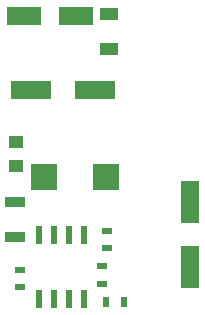
<source format=gbp>
G04 #@! TF.FileFunction,Paste,Bot*
%FSLAX46Y46*%
G04 Gerber Fmt 4.6, Leading zero omitted, Abs format (unit mm)*
G04 Created by KiCad (PCBNEW 4.0.4-stable) date 10/31/16 09:30:40*
%MOMM*%
%LPD*%
G01*
G04 APERTURE LIST*
%ADD10C,0.100000*%
%ADD11R,0.900000X0.500000*%
%ADD12R,1.700000X0.900000*%
%ADD13R,3.000000X1.600000*%
%ADD14R,1.250000X1.000000*%
%ADD15R,3.500000X1.600000*%
%ADD16R,2.200000X2.200000*%
%ADD17R,0.550000X1.500000*%
%ADD18R,0.500000X0.900000*%
%ADD19R,1.600200X3.599180*%
%ADD20R,1.600000X1.000000*%
G04 APERTURE END LIST*
D10*
D11*
X151000000Y-105600000D03*
X151000000Y-104100000D03*
X150600000Y-107100000D03*
X150600000Y-108600000D03*
D12*
X143237224Y-104604496D03*
X143237224Y-101704496D03*
D13*
X148437224Y-85954496D03*
X144037224Y-85954496D03*
D14*
X143300000Y-96600000D03*
X143300000Y-98600000D03*
D15*
X150000000Y-92204496D03*
X144600000Y-92204496D03*
D16*
X145737224Y-99554496D03*
X150987224Y-99554496D03*
D11*
X143700000Y-107400000D03*
X143700000Y-108900000D03*
D17*
X145282224Y-109854496D03*
X145282224Y-104454496D03*
X146552224Y-109854496D03*
X146552224Y-104454496D03*
X147822224Y-109854496D03*
X147822224Y-104454496D03*
X149092224Y-109854496D03*
X149092224Y-104454496D03*
D18*
X152450000Y-110150000D03*
X150950000Y-110150000D03*
D19*
X158100000Y-107150820D03*
X158100000Y-101649180D03*
D20*
X151200000Y-88750000D03*
X151200000Y-85750000D03*
M02*

</source>
